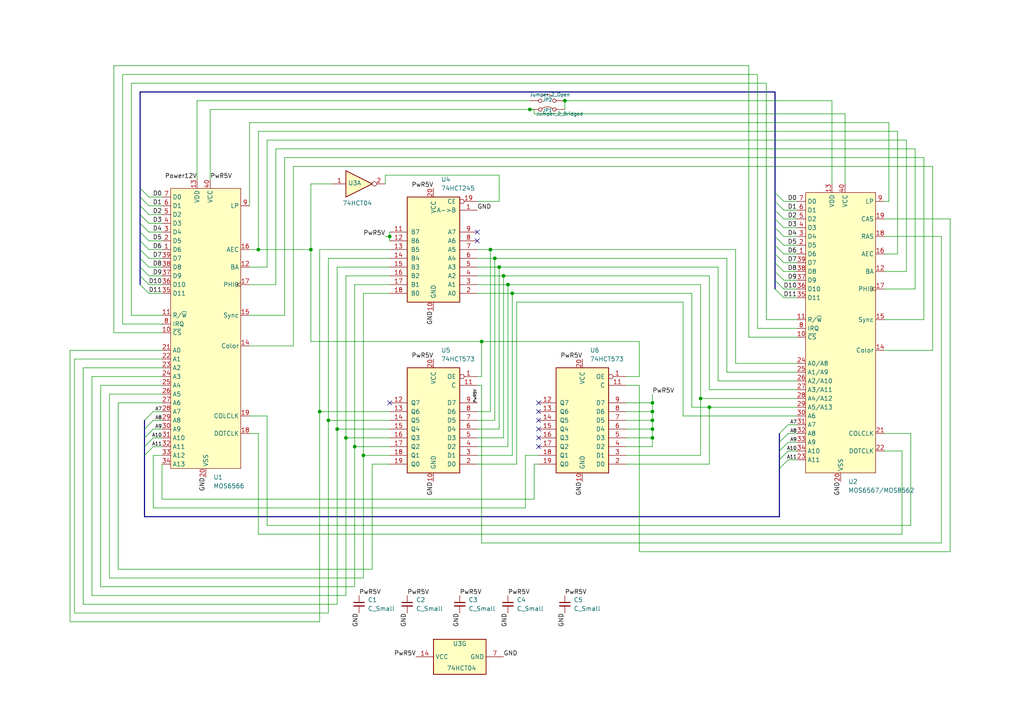
<source format=kicad_sch>
(kicad_sch (version 20231120) (generator "eeschema") (generator_version "8.0")
  (paper "A4")
  (lib_symbols
    (symbol "74HCT573_1" (pin_names (offset 1.016))
      (property "Reference" "U" (at -7.62 16.51 0))
      (property "Value" "74HCT573" (at -7.62 -16.51 0))
      (symbol "74HCT573_1_1_0"
        (pin input inverted (at 12.7 12.7 180) (length 5.08) (name "OE") (number "1"))
        (pin power_in line (at 0 -17.78 90) (length 2.54) (name "GND") (number "10"))
        (pin input line (at 12.7 10.16 180) (length 5.08) (name "C") (number "11"))
        (pin tri_state line (at -12.7 5.08 0) (length 5.08) (name "Q7") (number "12"))
        (pin tri_state line (at -12.7 2.54 0) (length 5.08) (name "Q6") (number "13"))
        (pin tri_state line (at -12.7 0 0) (length 5.08) (name "Q5") (number "14"))
        (pin tri_state line (at -12.7 -2.54 0) (length 5.08) (name "Q4") (number "15"))
        (pin tri_state line (at -12.7 -5.08 0) (length 5.08) (name "Q3") (number "16"))
        (pin tri_state line (at -12.7 -7.62 0) (length 5.08) (name "Q2") (number "17"))
        (pin tri_state line (at -12.7 -10.16 0) (length 5.08) (name "Q1") (number "18"))
        (pin tri_state line (at -12.7 -12.7 0) (length 5.08) (name "Q0") (number "19"))
        (pin input line (at 12.7 -12.7 180) (length 5.08) (name "D0") (number "2"))
        (pin power_in line (at 0 17.78 270) (length 2.54) (name "VCC") (number "20"))
        (pin input line (at 12.7 -10.16 180) (length 5.08) (name "D1") (number "3"))
        (pin input line (at 12.7 -7.62 180) (length 5.08) (name "D2") (number "4"))
        (pin input line (at 12.7 -5.08 180) (length 5.08) (name "D3") (number "5"))
        (pin input line (at 12.7 -2.54 180) (length 5.08) (name "D4") (number "6"))
        (pin input line (at 12.7 0 180) (length 5.08) (name "D5") (number "7"))
        (pin input line (at 12.7 2.54 180) (length 5.08) (name "D6") (number "8"))
        (pin input line (at 12.7 5.08 180) (length 5.08) (name "D7") (number "9"))
      )
      (symbol "74HCT573_1_1_1"
        (rectangle (start -7.62 15.24) (end 7.62 -15.24) (stroke (width 0.254)) (fill (type background)))
      )
    )
    (symbol "74xx:74HCT04"
      (property "Reference" "U" (at 0 1.27 0))
      (property "Value" "74HCT04" (at 0 -1.27 0))
      (symbol "74HCT04_1_0"
        (polyline (pts (xy -3.81 3.81) (xy -3.81 -3.81) (xy 3.81 0) (xy -3.81 3.81)) (stroke (width 0.254)) (fill (type background)))
        (pin input line (at -7.62 0 0) (length 3.81) (name "~") (number "1"))
        (pin output inverted (at 7.62 0 180) (length 3.81) (name "~") (number "2"))
      )
      (symbol "74HCT04_2_0"
        (polyline (pts (xy -3.81 3.81) (xy -3.81 -3.81) (xy 3.81 0) (xy -3.81 3.81)) (stroke (width 0.254)) (fill (type background)))
        (pin input line (at -7.62 0 0) (length 3.81) (name "~") (number "3"))
        (pin output inverted (at 7.62 0 180) (length 3.81) (name "~") (number "4"))
      )
      (symbol "74HCT04_3_0"
        (polyline (pts (xy -3.81 3.81) (xy -3.81 -3.81) (xy 3.81 0) (xy -3.81 3.81)) (stroke (width 0.254)) (fill (type background)))
        (pin input line (at -7.62 0 0) (length 3.81) (name "~") (number "5"))
        (pin output inverted (at 7.62 0 180) (length 3.81) (name "~") (number "6"))
      )
      (symbol "74HCT04_4_0"
        (polyline (pts (xy -3.81 3.81) (xy -3.81 -3.81) (xy 3.81 0) (xy -3.81 3.81)) (stroke (width 0.254)) (fill (type background)))
        (pin output inverted (at 7.62 0 180) (length 3.81) (name "~") (number "8"))
        (pin input line (at -7.62 0 0) (length 3.81) (name "~") (number "9"))
      )
      (symbol "74HCT04_5_0"
        (polyline (pts (xy -3.81 3.81) (xy -3.81 -3.81) (xy 3.81 0) (xy -3.81 3.81)) (stroke (width 0.254)) (fill (type background)))
        (pin output inverted (at 7.62 0 180) (length 3.81) (name "~") (number "10"))
        (pin input line (at -7.62 0 0) (length 3.81) (name "~") (number "11"))
      )
      (symbol "74HCT04_6_0"
        (polyline (pts (xy -3.81 3.81) (xy -3.81 -3.81) (xy 3.81 0) (xy -3.81 3.81)) (stroke (width 0.254)) (fill (type background)))
        (pin output inverted (at 7.62 0 180) (length 3.81) (name "~") (number "12"))
        (pin input line (at -7.62 0 0) (length 3.81) (name "~") (number "13"))
      )
      (symbol "74HCT04_7_0"
        (pin power_in line (at 0 12.7 270) (length 5.08) (name "VCC") (number "14"))
        (pin power_in line (at 0 -12.7 90) (length 5.08) (name "GND") (number "7"))
      )
      (symbol "74HCT04_7_1"
        (rectangle (start -5.08 7.62) (end 5.08 -7.62) (stroke (width 0.254)) (fill (type background)))
      )
    )
    (symbol "Commodore_Chips:MOS6566"
      (property "Reference" "U" (at 2.54 45.72 0))
      (property "Value" "MOS6566" (at 2.54 43.18 0))
      (symbol "MOS6566_0_1"
        (rectangle (start -10.16 40.64) (end 10.16 -40.64) (fill (type background)))
      )
      (symbol "MOS6566_1_1"
        (pin bidirectional line (at -12.7 22.86 0) (length 2.54) (name "D6") (number "1"))
        (pin input line (at -12.7 -1.27 0) (length 2.54) (name "~{CS}") (number "10"))
        (pin input line (at -12.7 3.81 0) (length 2.54) (name "R/~{W}") (number "11"))
        (pin output line (at 12.7 17.78 180) (length 2.54) (name "BA") (number "12"))
        (pin power_in line (at -2.54 43.18 270) (length 2.54) (name "VDD") (number "13"))
        (pin output line (at 12.7 -5.08 180) (length 2.54) (name "Color") (number "14"))
        (pin output line (at 12.7 3.81 180) (length 2.54) (name "Sync") (number "15"))
        (pin output line (at 12.7 22.86 180) (length 2.54) (name "AEC") (number "16"))
        (pin output clock (at 12.7 12.7 180) (length 2.54) (name "PHI0") (number "17"))
        (pin output line (at 12.7 -30.48 180) (length 2.54) (name "DOTCLK") (number "18"))
        (pin output line (at 12.7 -25.4 180) (length 2.54) (name "COLCLK") (number "19"))
        (pin bidirectional line (at -12.7 25.4 0) (length 2.54) (name "D5") (number "2"))
        (pin power_in line (at 0 -43.18 90) (length 2.54) (name "VSS") (number "20"))
        (pin bidirectional line (at -12.7 -6.35 0) (length 2.54) (name "A0") (number "21"))
        (pin bidirectional line (at -12.7 -8.89 0) (length 2.54) (name "A1") (number "22"))
        (pin bidirectional line (at -12.7 -11.43 0) (length 2.54) (name "A2") (number "23"))
        (pin bidirectional line (at -12.7 -13.97 0) (length 2.54) (name "A3") (number "24"))
        (pin bidirectional line (at -12.7 -16.51 0) (length 2.54) (name "A4") (number "25"))
        (pin bidirectional line (at -12.7 -19.05 0) (length 2.54) (name "A5") (number "26"))
        (pin bidirectional line (at -12.7 -21.59 0) (length 2.54) (name "A6") (number "27"))
        (pin bidirectional line (at -12.7 -24.13 0) (length 2.54) (name "A7") (number "28"))
        (pin bidirectional line (at -12.7 -26.67 0) (length 2.54) (name "A8") (number "29"))
        (pin bidirectional line (at -12.7 27.94 0) (length 2.54) (name "D4") (number "3"))
        (pin bidirectional line (at -12.7 -29.21 0) (length 2.54) (name "A9") (number "30"))
        (pin bidirectional line (at -12.7 -31.75 0) (length 2.54) (name "A10") (number "31"))
        (pin bidirectional line (at -12.7 -34.29 0) (length 2.54) (name "A11") (number "32"))
        (pin bidirectional line (at -12.7 -36.83 0) (length 2.54) (name "A12") (number "33"))
        (pin bidirectional line (at -12.7 -39.37 0) (length 2.54) (name "A13") (number "34"))
        (pin input line (at -12.7 10.16 0) (length 2.54) (name "D11") (number "35"))
        (pin input line (at -12.7 12.7 0) (length 2.54) (name "D10") (number "36"))
        (pin input line (at -12.7 15.24 0) (length 2.54) (name "D9") (number "37"))
        (pin input line (at -12.7 17.78 0) (length 2.54) (name "D8") (number "38"))
        (pin bidirectional line (at -12.7 20.32 0) (length 2.54) (name "D7") (number "39"))
        (pin bidirectional line (at -12.7 30.48 0) (length 2.54) (name "D3") (number "4"))
        (pin power_in line (at 1.27 43.18 270) (length 2.54) (name "VCC") (number "40"))
        (pin bidirectional line (at -12.7 33.02 0) (length 2.54) (name "D2") (number "5"))
        (pin bidirectional line (at -12.7 35.56 0) (length 2.54) (name "D1") (number "6"))
        (pin bidirectional line (at -12.7 38.1 0) (length 2.54) (name "D0") (number "7"))
        (pin open_collector line (at -12.7 1.27 0) (length 2.54) (name "IRQ") (number "8"))
        (pin input line (at 12.7 35.56 180) (length 2.54) (name "LP") (number "9"))
      )
    )
    (symbol "Commodore_Chips:MOS6567"
      (property "Reference" "U" (at 2.54 45.72 0))
      (property "Value" "MOS6567" (at 2.54 43.18 0))
      (symbol "MOS6567_0_1"
        (rectangle (start -10.16 40.64) (end 10.16 -40.64) (fill (type background)))
      )
      (symbol "MOS6567_1_1"
        (pin bidirectional line (at -12.7 22.86 0) (length 2.54) (name "D6") (number "1"))
        (pin input line (at -12.7 -1.27 0) (length 2.54) (name "~{CS}") (number "10"))
        (pin input line (at -12.7 3.81 0) (length 2.54) (name "R/~{W}") (number "11"))
        (pin output line (at 12.7 17.78 180) (length 2.54) (name "BA") (number "12"))
        (pin power_in line (at -2.54 43.18 270) (length 2.54) (name "VDD") (number "13"))
        (pin output line (at 12.7 -5.08 180) (length 2.54) (name "Color") (number "14"))
        (pin output line (at 12.7 3.81 180) (length 2.54) (name "Sync") (number "15"))
        (pin output line (at 12.7 22.86 180) (length 2.54) (name "AEC") (number "16"))
        (pin output clock (at 12.7 12.7 180) (length 2.54) (name "PHI0") (number "17"))
        (pin output line (at 12.7 27.94 180) (length 2.54) (name "RAS") (number "18"))
        (pin output line (at 12.7 33.02 180) (length 2.54) (name "CAS") (number "19"))
        (pin bidirectional line (at -12.7 25.4 0) (length 2.54) (name "D5") (number "2"))
        (pin power_in line (at 0 -43.18 90) (length 2.54) (name "VSS") (number "20"))
        (pin input line (at 12.7 -29.21 180) (length 2.54) (name "COLCLK") (number "21"))
        (pin input line (at 12.7 -34.29 180) (length 2.54) (name "DOTCLK") (number "22"))
        (pin bidirectional line (at -12.7 -36.83 0) (length 2.54) (name "A11") (number "23"))
        (pin bidirectional line (at -12.7 -8.89 0) (length 2.54) (name "A0/A8") (number "24"))
        (pin bidirectional line (at -12.7 -11.43 0) (length 2.54) (name "A1/A9") (number "25"))
        (pin bidirectional line (at -12.7 -13.97 0) (length 2.54) (name "A2/A10") (number "26"))
        (pin bidirectional line (at -12.7 -16.51 0) (length 2.54) (name "A3/A11") (number "27"))
        (pin bidirectional line (at -12.7 -19.05 0) (length 2.54) (name "A4/A12") (number "28"))
        (pin bidirectional line (at -12.7 -21.59 0) (length 2.54) (name "A5/A13") (number "29"))
        (pin bidirectional line (at -12.7 27.94 0) (length 2.54) (name "D4") (number "3"))
        (pin bidirectional line (at -12.7 -24.13 0) (length 2.54) (name "A6") (number "30"))
        (pin bidirectional line (at -12.7 -26.67 0) (length 2.54) (name "A7") (number "31"))
        (pin bidirectional line (at -12.7 -29.21 0) (length 2.54) (name "A8") (number "32"))
        (pin bidirectional line (at -12.7 -31.75 0) (length 2.54) (name "A9") (number "33"))
        (pin bidirectional line (at -12.7 -34.29 0) (length 2.54) (name "A10") (number "34"))
        (pin input line (at -12.7 10.16 0) (length 2.54) (name "D11") (number "35"))
        (pin input line (at -12.7 12.7 0) (length 2.54) (name "D10") (number "36"))
        (pin input line (at -12.7 15.24 0) (length 2.54) (name "D9") (number "37"))
        (pin input line (at -12.7 17.78 0) (length 2.54) (name "D8") (number "38"))
        (pin bidirectional line (at -12.7 20.32 0) (length 2.54) (name "D7") (number "39"))
        (pin bidirectional line (at -12.7 30.48 0) (length 2.54) (name "D3") (number "4"))
        (pin power_in line (at 1.27 43.18 270) (length 2.54) (name "VCC") (number "40"))
        (pin bidirectional line (at -12.7 33.02 0) (length 2.54) (name "D2") (number "5"))
        (pin bidirectional line (at -12.7 35.56 0) (length 2.54) (name "D1") (number "6"))
        (pin bidirectional line (at -12.7 38.1 0) (length 2.54) (name "D0") (number "7"))
        (pin open_collector line (at -12.7 1.27 0) (length 2.54) (name "IRQ") (number "8"))
        (pin input line (at 12.7 38.1 180) (length 2.54) (name "LP") (number "9"))
      )
    )
    (symbol "Device:C_Small" (pin_numbers hide) (pin_names (offset 0.254) hide)
      (property "Reference" "C" (at 0.254 1.778 0))
      (property "Value" "C_Small" (at 0.254 -2.032 0))
      (symbol "C_Small_0_1"
        (polyline (pts (xy -1.524 -0.508) (xy 1.524 -0.508)) (stroke (width 0.3302)))
        (polyline (pts (xy -1.524 0.508) (xy 1.524 0.508)) (stroke (width 0.3048)))
      )
      (symbol "C_Small_1_1"
        (pin passive line (at 0 2.54 270) (length 2.032) (name "~") (number "1"))
        (pin passive line (at 0 -2.54 90) (length 2.032) (name "~") (number "2"))
      )
    )
    (symbol "Jumper:Jumper_2_Bridged" (pin_numbers hide) (pin_names (offset 0) hide) (exclude_from_sim yes)
      (property "Reference" "JP" (at 0 1.905 0))
      (property "Value" "Jumper_2_Bridged" (at 0 -2.54 0))
      (symbol "Jumper_2_Bridged_0_0"
        (circle (center -2.032 0) (radius 0.508))
        (circle (center 2.032 0) (radius 0.508))
      )
      (symbol "Jumper_2_Bridged_0_1"
        (arc (start 1.524 0.254) (mid 0 0.762) (end -1.524 0.254))
      )
      (symbol "Jumper_2_Bridged_1_1"
        (pin passive line (at -5.08 0 0) (length 2.54) (name "A") (number "1"))
        (pin passive line (at 5.08 0 180) (length 2.54) (name "B") (number "2"))
      )
    )
    (symbol "Jumper:Jumper_2_Open" (pin_numbers hide) (pin_names (offset 0) hide) (exclude_from_sim yes)
      (property "Reference" "JP" (at 0 2.794 0))
      (property "Value" "Jumper_2_Open" (at 0 -2.286 0))
      (symbol "Jumper_2_Open_0_0"
        (circle (center -2.032 0) (radius 0.508))
        (circle (center 2.032 0) (radius 0.508))
      )
      (symbol "Jumper_2_Open_0_1"
        (arc (start 1.524 1.27) (mid 0 1.778) (end -1.524 1.27))
      )
      (symbol "Jumper_2_Open_1_1"
        (pin passive line (at -5.08 0 0) (length 2.54) (name "A") (number "1"))
        (pin passive line (at 5.08 0 180) (length 2.54) (name "B") (number "2"))
      )
    )
    (symbol "Logic_Chips:74HCT245" (pin_names (offset 1.016))
      (property "Reference" "U" (at -7.62 16.51 0))
      (property "Value" "74HCT245" (at -7.62 -16.51 0))
      (symbol "74HCT245_1_0"
        (pin input line (at 12.7 11.43 180) (length 5.08) (name "A->B") (number "1"))
        (pin power_in line (at 0 -17.78 90) (length 2.54) (name "GND") (number "10"))
        (pin tri_state line (at -12.7 5.08 0) (length 5.08) (name "B7") (number "11"))
        (pin tri_state line (at -12.7 2.54 0) (length 5.08) (name "B6") (number "12"))
        (pin tri_state line (at -12.7 0 0) (length 5.08) (name "B5") (number "13"))
        (pin tri_state line (at -12.7 -2.54 0) (length 5.08) (name "B4") (number "14"))
        (pin tri_state line (at -12.7 -5.08 0) (length 5.08) (name "B3") (number "15"))
        (pin tri_state line (at -12.7 -7.62 0) (length 5.08) (name "B2") (number "16"))
        (pin tri_state line (at -12.7 -10.16 0) (length 5.08) (name "B1") (number "17"))
        (pin tri_state line (at -12.7 -12.7 0) (length 5.08) (name "B0") (number "18"))
        (pin input inverted (at 12.7 13.97 180) (length 5.08) (name "CE") (number "19"))
        (pin tri_state line (at 12.7 -12.7 180) (length 5.08) (name "A0") (number "2"))
        (pin power_in line (at 0 17.78 270) (length 2.54) (name "VCC") (number "20"))
        (pin tri_state line (at 12.7 -10.16 180) (length 5.08) (name "A1") (number "3"))
        (pin tri_state line (at 12.7 -7.62 180) (length 5.08) (name "A2") (number "4"))
        (pin tri_state line (at 12.7 -5.08 180) (length 5.08) (name "A3") (number "5"))
        (pin tri_state line (at 12.7 -2.54 180) (length 5.08) (name "A4") (number "6"))
        (pin tri_state line (at 12.7 0 180) (length 5.08) (name "A5") (number "7"))
        (pin tri_state line (at 12.7 2.54 180) (length 5.08) (name "A6") (number "8"))
        (pin tri_state line (at 12.7 5.08 180) (length 5.08) (name "A7") (number "9"))
      )
      (symbol "74HCT245_1_1"
        (rectangle (start -7.62 15.24) (end 7.62 -15.24) (stroke (width 0.254)) (fill (type background)))
      )
    )
    (symbol "Logic_Chips:74HCT573" (pin_names (offset 1.016))
      (property "Reference" "U" (at -7.62 16.51 0))
      (property "Value" "74HCT573" (at -7.62 -16.51 0))
      (symbol "74HCT573_1_0"
        (pin input inverted (at 12.7 12.7 180) (length 5.08) (name "OE") (number "1"))
        (pin power_in line (at 0 -17.78 90) (length 2.54) (name "GND") (number "10"))
        (pin input line (at 12.7 10.16 180) (length 5.08) (name "C") (number "11"))
        (pin tri_state line (at -12.7 5.08 0) (length 5.08) (name "Q7") (number "12"))
        (pin tri_state line (at -12.7 2.54 0) (length 5.08) (name "Q6") (number "13"))
        (pin tri_state line (at -12.7 0 0) (length 5.08) (name "Q5") (number "14"))
        (pin tri_state line (at -12.7 -2.54 0) (length 5.08) (name "Q4") (number "15"))
        (pin tri_state line (at -12.7 -5.08 0) (length 5.08) (name "Q3") (number "16"))
        (pin tri_state line (at -12.7 -7.62 0) (length 5.08) (name "Q2") (number "17"))
        (pin tri_state line (at -12.7 -10.16 0) (length 5.08) (name "Q1") (number "18"))
        (pin tri_state line (at -12.7 -12.7 0) (length 5.08) (name "Q0") (number "19"))
        (pin input line (at 12.7 -12.7 180) (length 5.08) (name "D0") (number "2"))
        (pin power_in line (at 0 17.78 270) (length 2.54) (name "VCC") (number "20"))
        (pin input line (at 12.7 -10.16 180) (length 5.08) (name "D1") (number "3"))
        (pin input line (at 12.7 -7.62 180) (length 5.08) (name "D2") (number "4"))
        (pin input line (at 12.7 -5.08 180) (length 5.08) (name "D3") (number "5"))
        (pin input line (at 12.7 -2.54 180) (length 5.08) (name "D4") (number "6"))
        (pin input line (at 12.7 0 180) (length 5.08) (name "D5") (number "7"))
        (pin input line (at 12.7 2.54 180) (length 5.08) (name "D6") (number "8"))
        (pin input line (at 12.7 5.08 180) (length 5.08) (name "D7") (number "9"))
      )
      (symbol "74HCT573_1_1"
        (rectangle (start -7.62 15.24) (end 7.62 -15.24) (stroke (width 0.254)) (fill (type background)))
      )
    )
  )
  (junction (at 189.23 116.84))
  (junction (at 113.03 68.58))
  (junction (at 139.7 99.06))
  (junction (at 163.83 29.21))
  (junction (at 189.23 124.46))
  (junction (at 148.59 85.09))
  (junction (at 147.32 82.55))
  (junction (at 92.71 119.38))
  (junction (at 74.93 72.39))
  (junction (at 97.79 124.46))
  (junction (at 143.51 74.93))
  (junction (at 146.05 80.01))
  (junction (at 105.41 132.08))
  (junction (at 205.74 118.11))
  (junction (at 100.33 127))
  (junction (at 95.25 121.92))
  (junction (at 189.23 121.92))
  (junction (at 102.87 129.54))
  (junction (at 189.23 119.38))
  (junction (at 142.24 72.39))
  (junction (at 144.78 77.47))
  (junction (at 90.17 72.39))
  (junction (at 153.67 31.75))
  (junction (at 189.23 127))
  (junction (at 203.2 115.57))
  (no_connect (at 138.43 69.85))
  (no_connect (at 156.21 121.92))
  (no_connect (at 156.21 124.46))
  (no_connect (at 156.21 116.84))
  (no_connect (at 156.21 119.38))
  (no_connect (at 138.43 67.31))
  (no_connect (at 156.21 129.54))
  (no_connect (at 113.03 116.84))
  (no_connect (at 156.21 127))
  (bus_entry (at 40.64 69.85) (size 2.54 2.54))
  (bus_entry (at 40.64 72.39) (size 2.54 2.54))
  (bus_entry (at 41.91 132.08) (size 2.54 -2.54))
  (bus_entry (at 41.91 121.92) (size 2.54 -2.54))
  (bus_entry (at 40.64 59.69) (size 2.54 2.54))
  (bus_entry (at 40.64 74.93) (size 2.54 2.54))
  (bus_entry (at 224.79 83.82) (size 2.54 2.54))
  (bus_entry (at 224.79 81.28) (size 2.54 2.54))
  (bus_entry (at 226.06 130.81) (size 2.54 -2.54))
  (bus_entry (at 224.79 78.74) (size 2.54 2.54))
  (bus_entry (at 40.64 54.61) (size 2.54 2.54))
  (bus_entry (at 224.79 66.04) (size 2.54 2.54))
  (bus_entry (at 41.91 129.54) (size 2.54 -2.54))
  (bus_entry (at 224.79 55.88) (size 2.54 2.54))
  (bus_entry (at 40.64 82.55) (size 2.54 2.54))
  (bus_entry (at 40.64 62.23) (size 2.54 2.54))
  (bus_entry (at 40.64 64.77) (size 2.54 2.54))
  (bus_entry (at 226.06 135.89) (size 2.54 -2.54))
  (bus_entry (at 224.79 76.2) (size 2.54 2.54))
  (bus_entry (at 224.79 73.66) (size 2.54 2.54))
  (bus_entry (at 226.06 133.35) (size 2.54 -2.54))
  (bus_entry (at 40.64 80.01) (size 2.54 2.54))
  (bus_entry (at 40.64 57.15) (size 2.54 2.54))
  (bus_entry (at 224.79 60.96) (size 2.54 2.54))
  (bus_entry (at 224.79 63.5) (size 2.54 2.54))
  (bus_entry (at 41.91 124.46) (size 2.54 -2.54))
  (bus_entry (at 226.06 125.73) (size 2.54 -2.54))
  (bus_entry (at 40.64 67.31) (size 2.54 2.54))
  (bus_entry (at 40.64 77.47) (size 2.54 2.54))
  (bus_entry (at 224.79 58.42) (size 2.54 2.54))
  (bus_entry (at 226.06 128.27) (size 2.54 -2.54))
  (bus_entry (at 224.79 71.12) (size 2.54 2.54))
  (bus_entry (at 41.91 127) (size 2.54 -2.54))
  (bus_entry (at 224.79 68.58) (size 2.54 2.54))
  (wire (pts (xy 152.4 132.08) (xy 156.21 132.08)))
  (wire (pts (xy 203.2 115.57) (xy 231.14 115.57)))
  (wire (pts (xy 35.56 93.98) (xy 35.56 21.59)))
  (wire (pts (xy 139.7 109.22) (xy 138.43 109.22)))
  (bus (pts (xy 224.79 71.12) (xy 224.79 73.66)))
  (wire (pts (xy 46.99 93.98) (xy 35.56 93.98)))
  (wire (pts (xy 43.18 72.39) (xy 46.99 72.39)))
  (wire (pts (xy 181.61 121.92) (xy 189.23 121.92)))
  (wire (pts (xy 222.25 24.13) (xy 222.25 92.71)))
  (wire (pts (xy 265.43 83.82) (xy 256.54 83.82)))
  (wire (pts (xy 24.13 175.26) (xy 97.79 175.26)))
  (wire (pts (xy 257.81 35.56) (xy 257.81 58.42)))
  (wire (pts (xy 154.94 144.78) (xy 154.94 134.62)))
  (wire (pts (xy 189.23 119.38) (xy 189.23 116.84)))
  (wire (pts (xy 34.29 165.1) (xy 34.29 116.84)))
  (wire (pts (xy 46.99 104.14) (xy 21.59 104.14)))
  (wire (pts (xy 138.43 129.54) (xy 147.32 129.54)))
  (wire (pts (xy 92.71 180.34) (xy 92.71 119.38)))
  (wire (pts (xy 205.74 134.62) (xy 205.74 118.11)))
  (bus (pts (xy 40.64 54.61) (xy 40.64 26.67)))
  (wire (pts (xy 80.01 82.55) (xy 80.01 43.18)))
  (wire (pts (xy 181.61 124.46) (xy 189.23 124.46)))
  (wire (pts (xy 143.51 74.93) (xy 210.82 74.93)))
  (wire (pts (xy 92.71 72.39) (xy 113.03 72.39)))
  (wire (pts (xy 217.17 19.05) (xy 217.17 97.79)))
  (wire (pts (xy 60.96 31.75) (xy 153.67 31.75)))
  (wire (pts (xy 245.11 33.02) (xy 245.11 53.34)))
  (wire (pts (xy 138.43 132.08) (xy 148.59 132.08)))
  (wire (pts (xy 97.79 124.46) (xy 113.03 124.46)))
  (wire (pts (xy 227.33 76.2) (xy 231.14 76.2)))
  (wire (pts (xy 138.43 85.09) (xy 148.59 85.09)))
  (wire (pts (xy 138.43 119.38) (xy 142.24 119.38)))
  (wire (pts (xy 72.39 82.55) (xy 80.01 82.55)))
  (bus (pts (xy 226.06 130.81) (xy 226.06 133.35)))
  (wire (pts (xy 163.83 29.21) (xy 163.83 31.75)))
  (wire (pts (xy 205.74 118.11) (xy 200.66 118.11)))
  (wire (pts (xy 231.14 118.11) (xy 205.74 118.11)))
  (wire (pts (xy 95.25 121.92) (xy 113.03 121.92)))
  (wire (pts (xy 100.33 172.72) (xy 100.33 127)))
  (bus (pts (xy 40.64 26.67) (xy 224.79 26.67)))
  (wire (pts (xy 261.62 154.94) (xy 261.62 130.81)))
  (wire (pts (xy 105.41 132.08) (xy 105.41 85.09)))
  (wire (pts (xy 105.41 167.64) (xy 105.41 132.08)))
  (wire (pts (xy 142.24 72.39) (xy 213.36 72.39)))
  (wire (pts (xy 163.83 29.21) (xy 241.3 29.21)))
  (wire (pts (xy 228.6 130.81) (xy 231.14 130.81)))
  (bus (pts (xy 41.91 129.54) (xy 41.91 132.08)))
  (wire (pts (xy 270.51 101.6) (xy 270.51 48.26)))
  (wire (pts (xy 57.15 52.07) (xy 57.15 29.21)))
  (wire (pts (xy 144.78 50.8) (xy 144.78 58.42)))
  (wire (pts (xy 144.78 124.46) (xy 144.78 77.47)))
  (wire (pts (xy 181.61 129.54) (xy 189.23 129.54)))
  (wire (pts (xy 138.43 82.55) (xy 147.32 82.55)))
  (wire (pts (xy 111.76 50.8) (xy 111.76 53.34)))
  (wire (pts (xy 21.59 177.8) (xy 95.25 177.8)))
  (wire (pts (xy 256.54 63.5) (xy 275.59 63.5)))
  (wire (pts (xy 231.14 113.03) (xy 205.74 113.03)))
  (wire (pts (xy 203.2 132.08) (xy 203.2 115.57)))
  (bus (pts (xy 40.64 62.23) (xy 40.64 64.77)))
  (wire (pts (xy 147.32 129.54) (xy 147.32 82.55)))
  (wire (pts (xy 213.36 72.39) (xy 213.36 105.41)))
  (wire (pts (xy 31.75 167.64) (xy 105.41 167.64)))
  (wire (pts (xy 185.42 160.02) (xy 275.59 160.02)))
  (wire (pts (xy 264.16 125.73) (xy 264.16 152.4)))
  (wire (pts (xy 43.18 59.69) (xy 46.99 59.69)))
  (wire (pts (xy 154.94 33.02) (xy 245.11 33.02)))
  (wire (pts (xy 82.55 45.72) (xy 267.97 45.72)))
  (wire (pts (xy 189.23 121.92) (xy 189.23 119.38)))
  (wire (pts (xy 57.15 29.21) (xy 153.67 29.21)))
  (wire (pts (xy 139.7 157.48) (xy 273.05 157.48)))
  (wire (pts (xy 219.71 21.59) (xy 219.71 95.25)))
  (wire (pts (xy 43.18 85.09) (xy 46.99 85.09)))
  (bus (pts (xy 41.91 121.92) (xy 41.91 124.46)))
  (bus (pts (xy 40.64 54.61) (xy 40.64 57.15)))
  (wire (pts (xy 43.18 67.31) (xy 46.99 67.31)))
  (wire (pts (xy 90.17 99.06) (xy 90.17 72.39)))
  (wire (pts (xy 210.82 74.93) (xy 210.82 107.95)))
  (wire (pts (xy 149.86 134.62) (xy 149.86 87.63)))
  (wire (pts (xy 46.99 134.62) (xy 46.99 144.78)))
  (wire (pts (xy 43.18 64.77) (xy 46.99 64.77)))
  (wire (pts (xy 97.79 124.46) (xy 97.79 77.47)))
  (bus (pts (xy 40.64 77.47) (xy 40.64 80.01)))
  (wire (pts (xy 31.75 167.64) (xy 31.75 114.3)))
  (wire (pts (xy 77.47 152.4) (xy 77.47 120.65)))
  (wire (pts (xy 77.47 77.47) (xy 77.47 40.64)))
  (wire (pts (xy 200.66 118.11) (xy 200.66 85.09)))
  (wire (pts (xy 227.33 78.74) (xy 231.14 78.74)))
  (wire (pts (xy 46.99 111.76) (xy 29.21 111.76)))
  (wire (pts (xy 189.23 124.46) (xy 189.23 121.92)))
  (wire (pts (xy 228.6 123.19) (xy 231.14 123.19)))
  (wire (pts (xy 74.93 154.94) (xy 261.62 154.94)))
  (wire (pts (xy 20.32 180.34) (xy 92.71 180.34)))
  (wire (pts (xy 77.47 40.64) (xy 262.89 40.64)))
  (wire (pts (xy 260.35 73.66) (xy 256.54 73.66)))
  (wire (pts (xy 210.82 107.95) (xy 231.14 107.95)))
  (wire (pts (xy 46.99 144.78) (xy 154.94 144.78)))
  (bus (pts (xy 40.64 67.31) (xy 40.64 69.85)))
  (wire (pts (xy 92.71 119.38) (xy 92.71 72.39)))
  (wire (pts (xy 153.67 31.75) (xy 154.94 31.75)))
  (wire (pts (xy 44.45 124.46) (xy 46.99 124.46)))
  (wire (pts (xy 72.39 100.33) (xy 85.09 100.33)))
  (bus (pts (xy 224.79 63.5) (xy 224.79 66.04)))
  (wire (pts (xy 143.51 121.92) (xy 143.51 74.93)))
  (wire (pts (xy 105.41 132.08) (xy 113.03 132.08)))
  (bus (pts (xy 224.79 66.04) (xy 224.79 68.58)))
  (wire (pts (xy 72.39 91.44) (xy 82.55 91.44)))
  (wire (pts (xy 102.87 129.54) (xy 113.03 129.54)))
  (wire (pts (xy 46.99 109.22) (xy 26.67 109.22)))
  (wire (pts (xy 74.93 125.73) (xy 74.93 154.94)))
  (wire (pts (xy 227.33 71.12) (xy 231.14 71.12)))
  (wire (pts (xy 149.86 87.63) (xy 198.12 87.63)))
  (bus (pts (xy 40.64 80.01) (xy 40.64 82.55)))
  (wire (pts (xy 102.87 82.55) (xy 113.03 82.55)))
  (wire (pts (xy 154.94 134.62) (xy 156.21 134.62)))
  (wire (pts (xy 44.45 147.32) (xy 152.4 147.32)))
  (wire (pts (xy 227.33 73.66) (xy 231.14 73.66)))
  (wire (pts (xy 107.95 165.1) (xy 107.95 134.62)))
  (wire (pts (xy 72.39 77.47) (xy 77.47 77.47)))
  (wire (pts (xy 44.45 121.92) (xy 46.99 121.92)))
  (bus (pts (xy 224.79 81.28) (xy 224.79 83.82)))
  (wire (pts (xy 34.29 165.1) (xy 107.95 165.1)))
  (bus (pts (xy 226.06 128.27) (xy 226.06 130.81)))
  (wire (pts (xy 181.61 127) (xy 189.23 127)))
  (wire (pts (xy 142.24 119.38) (xy 142.24 72.39)))
  (wire (pts (xy 273.05 68.58) (xy 256.54 68.58)))
  (bus (pts (xy 40.64 59.69) (xy 40.64 62.23)))
  (bus (pts (xy 224.79 60.96) (xy 224.79 63.5)))
  (bus (pts (xy 224.79 55.88) (xy 224.79 58.42)))
  (wire (pts (xy 148.59 85.09) (xy 200.66 85.09)))
  (wire (pts (xy 43.18 82.55) (xy 46.99 82.55)))
  (bus (pts (xy 224.79 58.42) (xy 224.79 60.96)))
  (wire (pts (xy 228.6 125.73) (xy 231.14 125.73)))
  (wire (pts (xy 44.45 129.54) (xy 46.99 129.54)))
  (wire (pts (xy 72.39 35.56) (xy 257.81 35.56)))
  (wire (pts (xy 147.32 82.55) (xy 203.2 82.55)))
  (wire (pts (xy 231.14 110.49) (xy 208.28 110.49)))
  (wire (pts (xy 198.12 87.63) (xy 198.12 120.65)))
  (wire (pts (xy 181.61 111.76) (xy 185.42 111.76)))
  (wire (pts (xy 144.78 77.47) (xy 208.28 77.47)))
  (wire (pts (xy 267.97 45.72) (xy 267.97 92.71)))
  (wire (pts (xy 228.6 128.27) (xy 231.14 128.27)))
  (wire (pts (xy 138.43 77.47) (xy 144.78 77.47)))
  (bus (pts (xy 41.91 124.46) (xy 41.91 127)))
  (wire (pts (xy 20.32 101.6) (xy 20.32 180.34)))
  (wire (pts (xy 146.05 80.01) (xy 146.05 127)))
  (wire (pts (xy 43.18 80.01) (xy 46.99 80.01)))
  (wire (pts (xy 60.96 31.75) (xy 60.96 52.07)))
  (wire (pts (xy 185.42 99.06) (xy 139.7 99.06)))
  (wire (pts (xy 95.25 121.92) (xy 95.25 74.93)))
  (wire (pts (xy 148.59 85.09) (xy 148.59 132.08)))
  (bus (pts (xy 224.79 26.67) (xy 224.79 55.88)))
  (wire (pts (xy 85.09 48.26) (xy 85.09 100.33)))
  (wire (pts (xy 138.43 121.92) (xy 143.51 121.92)))
  (wire (pts (xy 100.33 127) (xy 100.33 80.01)))
  (wire (pts (xy 107.95 134.62) (xy 113.03 134.62)))
  (wire (pts (xy 77.47 120.65) (xy 72.39 120.65)))
  (wire (pts (xy 189.23 127) (xy 189.23 124.46)))
  (wire (pts (xy 154.94 33.02) (xy 154.94 31.75)))
  (wire (pts (xy 46.99 91.44) (xy 38.1 91.44)))
  (wire (pts (xy 275.59 160.02) (xy 275.59 63.5)))
  (bus (pts (xy 40.64 74.93) (xy 40.64 77.47)))
  (wire (pts (xy 90.17 53.34) (xy 96.52 53.34)))
  (wire (pts (xy 146.05 127) (xy 138.43 127)))
  (bus (pts (xy 40.64 64.77) (xy 40.64 67.31)))
  (bus (pts (xy 226.06 133.35) (xy 226.06 135.89)))
  (wire (pts (xy 227.33 81.28) (xy 231.14 81.28)))
  (wire (pts (xy 92.71 119.38) (xy 113.03 119.38)))
  (wire (pts (xy 24.13 106.68) (xy 24.13 175.26)))
  (wire (pts (xy 102.87 129.54) (xy 102.87 82.55)))
  (wire (pts (xy 31.75 114.3) (xy 46.99 114.3)))
  (wire (pts (xy 80.01 43.18) (xy 265.43 43.18)))
  (bus (pts (xy 41.91 149.86) (xy 226.06 149.86)))
  (wire (pts (xy 100.33 127) (xy 113.03 127)))
  (wire (pts (xy 138.43 80.01) (xy 146.05 80.01)))
  (wire (pts (xy 139.7 99.06) (xy 90.17 99.06)))
  (wire (pts (xy 262.89 40.64) (xy 262.89 78.74)))
  (bus (pts (xy 226.06 149.86) (xy 226.06 135.89)))
  (wire (pts (xy 198.12 120.65) (xy 231.14 120.65)))
  (wire (pts (xy 29.21 170.18) (xy 102.87 170.18)))
  (wire (pts (xy 46.99 96.52) (xy 33.02 96.52)))
  (wire (pts (xy 74.93 38.1) (xy 74.93 72.39)))
  (wire (pts (xy 256.54 101.6) (xy 270.51 101.6)))
  (wire (pts (xy 74.93 38.1) (xy 260.35 38.1)))
  (wire (pts (xy 227.33 66.04) (xy 231.14 66.04)))
  (wire (pts (xy 273.05 157.48) (xy 273.05 68.58)))
  (wire (pts (xy 113.03 67.31) (xy 113.03 68.58)))
  (wire (pts (xy 46.99 106.68) (xy 24.13 106.68)))
  (wire (pts (xy 26.67 172.72) (xy 100.33 172.72)))
  (wire (pts (xy 100.33 80.01) (xy 113.03 80.01)))
  (wire (pts (xy 46.99 132.08) (xy 44.45 132.08)))
  (wire (pts (xy 208.28 110.49) (xy 208.28 77.47)))
  (wire (pts (xy 102.87 170.18) (xy 102.87 129.54)))
  (wire (pts (xy 139.7 111.76) (xy 139.7 157.48)))
  (wire (pts (xy 185.42 111.76) (xy 185.42 160.02)))
  (wire (pts (xy 270.51 48.26) (xy 85.09 48.26)))
  (wire (pts (xy 181.61 119.38) (xy 189.23 119.38)))
  (wire (pts (xy 257.81 58.42) (xy 256.54 58.42)))
  (wire (pts (xy 111.76 50.8) (xy 144.78 50.8)))
  (wire (pts (xy 181.61 132.08) (xy 203.2 132.08)))
  (wire (pts (xy 138.43 124.46) (xy 144.78 124.46)))
  (wire (pts (xy 138.43 72.39) (xy 142.24 72.39)))
  (wire (pts (xy 205.74 113.03) (xy 205.74 80.01)))
  (wire (pts (xy 33.02 19.05) (xy 217.17 19.05)))
  (wire (pts (xy 38.1 24.13) (xy 222.25 24.13)))
  (wire (pts (xy 97.79 175.26) (xy 97.79 124.46)))
  (wire (pts (xy 261.62 130.81) (xy 256.54 130.81)))
  (wire (pts (xy 227.33 83.82) (xy 231.14 83.82)))
  (wire (pts (xy 144.78 58.42) (xy 138.43 58.42)))
  (wire (pts (xy 44.45 119.38) (xy 46.99 119.38)))
  (wire (pts (xy 227.33 60.96) (xy 231.14 60.96)))
  (wire (pts (xy 21.59 104.14) (xy 21.59 177.8)))
  (wire (pts (xy 74.93 72.39) (xy 90.17 72.39)))
  (bus (pts (xy 226.06 125.73) (xy 226.06 128.27)))
  (wire (pts (xy 256.54 125.73) (xy 264.16 125.73)))
  (wire (pts (xy 241.3 29.21) (xy 241.3 53.34)))
  (wire (pts (xy 95.25 74.93) (xy 113.03 74.93)))
  (wire (pts (xy 90.17 53.34) (xy 90.17 72.39)))
  (wire (pts (xy 43.18 77.47) (xy 46.99 77.47)))
  (wire (pts (xy 189.23 129.54) (xy 189.23 127)))
  (bus (pts (xy 40.64 72.39) (xy 40.64 74.93)))
  (wire (pts (xy 138.43 134.62) (xy 149.86 134.62)))
  (wire (pts (xy 217.17 97.79) (xy 231.14 97.79)))
  (bus (pts (xy 224.79 78.74) (xy 224.79 81.28)))
  (wire (pts (xy 213.36 105.41) (xy 231.14 105.41)))
  (wire (pts (xy 264.16 152.4) (xy 77.47 152.4)))
  (wire (pts (xy 181.61 109.22) (xy 185.42 109.22)))
  (wire (pts (xy 43.18 62.23) (xy 46.99 62.23)))
  (wire (pts (xy 44.45 127) (xy 46.99 127)))
  (wire (pts (xy 105.41 85.09) (xy 113.03 85.09)))
  (wire (pts (xy 29.21 111.76) (xy 29.21 170.18)))
  (wire (pts (xy 181.61 116.84) (xy 189.23 116.84)))
  (wire (pts (xy 219.71 95.25) (xy 231.14 95.25)))
  (wire (pts (xy 222.25 92.71) (xy 231.14 92.71)))
  (wire (pts (xy 256.54 92.71) (xy 267.97 92.71)))
  (wire (pts (xy 72.39 72.39) (xy 74.93 72.39)))
  (wire (pts (xy 181.61 134.62) (xy 205.74 134.62)))
  (bus (pts (xy 40.64 57.15) (xy 40.64 59.69)))
  (wire (pts (xy 111.76 68.58) (xy 113.03 68.58)))
  (wire (pts (xy 35.56 21.59) (xy 219.71 21.59)))
  (wire (pts (xy 227.33 86.36) (xy 231.14 86.36)))
  (bus (pts (xy 224.79 76.2) (xy 224.79 78.74)))
  (wire (pts (xy 227.33 68.58) (xy 231.14 68.58)))
  (bus (pts (xy 224.79 68.58) (xy 224.79 71.12)))
  (wire (pts (xy 138.43 74.93) (xy 143.51 74.93)))
  (wire (pts (xy 82.55 91.44) (xy 82.55 45.72)))
  (wire (pts (xy 72.39 59.69) (xy 72.39 35.56)))
  (wire (pts (xy 227.33 58.42) (xy 231.14 58.42)))
  (wire (pts (xy 113.03 68.58) (xy 113.03 69.85)))
  (wire (pts (xy 43.18 74.93) (xy 46.99 74.93)))
  (wire (pts (xy 260.35 38.1) (xy 260.35 73.66)))
  (wire (pts (xy 189.23 114.3) (xy 189.23 116.84)))
  (wire (pts (xy 203.2 82.55) (xy 203.2 115.57)))
  (wire (pts (xy 262.89 78.74) (xy 256.54 78.74)))
  (wire (pts (xy 43.18 57.15) (xy 46.99 57.15)))
  (wire (pts (xy 227.33 63.5) (xy 231.14 63.5)))
  (wire (pts (xy 38.1 91.44) (xy 38.1 24.13)))
  (bus (pts (xy 40.64 69.85) (xy 40.64 72.39)))
  (bus (pts (xy 41.91 132.08) (xy 41.91 149.86)))
  (wire (pts (xy 46.99 101.6) (xy 20.32 101.6)))
  (wire (pts (xy 44.45 132.08) (xy 44.45 147.32)))
  (wire (pts (xy 185.42 109.22) (xy 185.42 99.06)))
  (wire (pts (xy 152.4 147.32) (xy 152.4 132.08)))
  (wire (pts (xy 95.25 177.8) (xy 95.25 121.92)))
  (wire (pts (xy 265.43 43.18) (xy 265.43 83.82)))
  (wire (pts (xy 138.43 111.76) (xy 139.7 111.76)))
  (wire (pts (xy 228.6 133.35) (xy 231.14 133.35)))
  (wire (pts (xy 139.7 99.06) (xy 139.7 109.22)))
  (wire (pts (xy 33.02 96.52) (xy 33.02 19.05)))
  (wire (pts (xy 97.79 77.47) (xy 113.03 77.47)))
  (wire (pts (xy 34.29 116.84) (xy 46.99 116.84)))
  (wire (pts (xy 26.67 109.22) (xy 26.67 172.72)))
  (wire (pts (xy 146.05 80.01) (xy 205.74 80.01)))
  (bus (pts (xy 41.91 127) (xy 41.91 129.54)))
  (wire (pts (xy 43.18 69.85) (xy 46.99 69.85)))
  (wire (pts (xy 72.39 125.73) (xy 74.93 125.73)))
  (bus (pts (xy 224.79 73.66) (xy 224.79 76.2)))
  (label "D8" (at 46.99 77.47 180))
  (label "GND" (at 138.43 60.96 0))
  (label "A11" (at 231.14 133.35 180) (effects (font (size 1 1))))
  (label "D9" (at 231.14 81.28 180))
  (label "A8" (at 46.99 121.92 180) (effects (font (size 1 1))))
  (label "PwR5V" (at 111.76 68.58 180))
  (label "D6" (at 46.99 72.39 180))
  (label "D4" (at 231.14 68.58 180))
  (label "D1" (at 231.14 60.96 180))
  (label "PwR5V" (at 104.14 172.72 0))
  (label "D8" (at 231.14 78.74 180))
  (label "PwR5V" (at 138.43 116.84 90) (effects (font (size 0.8 0.8))))
  (label "GND" (at 168.91 139.7 270))
  (label "A7" (at 231.14 123.19 180) (effects (font (size 1 1))))
  (label "GND" (at 125.73 139.7 270))
  (label "D10" (at 231.14 83.82 180))
  (label "A10" (at 46.99 127 180) (effects (font (size 1 1))))
  (label "GND" (at 59.69 138.43 270))
  (label "D10" (at 46.99 82.55 180))
  (label "D0" (at 46.99 57.15 180))
  (label "A10" (at 231.14 130.81 180) (effects (font (size 1 1))))
  (label "D2" (at 231.14 63.5 180))
  (label "PwR5V" (at 125.73 54.61 180))
  (label "D4" (at 46.99 67.31 180))
  (label "D5" (at 46.99 69.85 180))
  (label "GND" (at 163.83 177.8 270))
  (label "D2" (at 46.99 62.23 180))
  (label "D7" (at 231.14 76.2 180))
  (label "PwR5V" (at 163.83 172.72 0))
  (label "PwR5V" (at 118.11 172.72 0))
  (label "PwR5V" (at 125.73 104.14 180))
  (label "D1" (at 46.99 59.69 180))
  (label "GND" (at 104.14 177.8 270))
  (label "PwR5V" (at 60.96 52.07 0))
  (label "D3" (at 231.14 66.04 180))
  (label "GND" (at 133.35 177.8 270))
  (label "D11" (at 231.14 86.36 180))
  (label "A11" (at 46.99 129.54 180) (effects (font (size 1 1))))
  (label "D5" (at 231.14 71.12 180))
  (label "Power12V" (at 57.15 52.07 180))
  (label "GND" (at 147.32 177.8 270))
  (label "D0" (at 231.14 58.42 180))
  (label "A7" (at 46.99 119.38 180) (effects (font (size 1 1))))
  (label "GND" (at 243.84 139.7 270))
  (label "PwR5V" (at 120.65 190.5 180))
  (label "D11" (at 46.99 85.09 180))
  (label "PwR5V" (at 189.23 114.3 0))
  (label "A9" (at 46.99 124.46 180) (effects (font (size 1 1))))
  (label "D9" (at 46.99 80.01 180))
  (label "D7" (at 46.99 74.93 180))
  (label "GND" (at 125.73 90.17 270))
  (label "GND" (at 146.05 190.5 0))
  (label "PwR5V" (at 147.32 172.72 0))
  (label "A8" (at 231.14 125.73 180) (effects (font (size 1 1))))
  (label "D6" (at 231.14 73.66 180))
  (label "D3" (at 46.99 64.77 180))
  (label "PwR5V" (at 168.91 104.14 180))
  (label "GND" (at 118.11 177.8 270))
  (label "A9" (at 231.14 128.27 180) (effects (font (size 1 1))))
  (label "PwR5V" (at 133.35 172.72 0))
  (symbol (lib_id "Device:C_Small") (at 118.11 175.26 0) (unit 1)
    (property "Reference" "C2" (at 120.65 173.9962 0) (effects (justify left)))
    (property "Value" "C_Small" (at 120.65 176.5362 0) (effects (justify left)))
    (property "Footprint" "Custom_Caps:C_Disc_D3.4mm_W2.1mm_P2.50mm" (effects (hide yes)))
    (property "Description" "Unpolarized capacitor, small symbol" (effects (hide yes)))
  )
  (symbol (lib_id "Logic_Chips:74HCT245") (at 125.73 72.39 0) (unit 1)
    (property "Reference" "U4" (at 127.9241 52.07 0) (effects (justify left)))
    (property "Value" "74HCT245" (at 127.9241 54.61 0) (effects (justify left)))
    (property "Footprint" "Package_DIP:DIP-20_W7.62mm_Socket" (effects (hide yes)))
    (property "Datasheet" "http://www.ti.com/lit/gpn/sn74LS245" (effects (hide yes)))
    (property "Description" "Oct BUS Transceiv, 3-State " (effects (hide yes)))
  )
  (symbol (lib_id "Commodore_Chips:MOS6566") (at 59.69 95.25 0) (unit 1)
    (property "Reference" "U1" (at 61.8841 138.43 0) (effects (justify left)))
    (property "Value" "MOS6566" (at 61.8841 140.97 0) (effects (justify left)))
    (property "Footprint" "Package_DIP:DIP-40_W15.24mm" (effects (hide yes)))
    (property "Datasheet" "http://6502.org/documents/datasheets/mos/mos_6567_vic_ii_preliminary.pdf" (effects (hide yes)))
    (property "Description" "MOS6566 (VIC-II), 320x200 NTSC, DIP-40" (effects (hide yes)))
  )
  (symbol (lib_name "74HCT573_1") (lib_id "Logic_Chips:74HCT573") (at 125.73 121.92 0) (unit 1)
    (property "Reference" "U5" (at 127.9241 101.6 0) (effects (justify left)))
    (property "Value" "74HCT573" (at 127.9241 104.14 0) (effects (justify left)))
    (property "Footprint" "Package_DIP:DIP-20_W7.62mm_Socket" (effects (hide yes)))
    (property "Datasheet" "74xx/74hc573.pdf" (effects (hide yes)))
    (property "Description" "8-bit Latch 3-state outputs" (effects (hide yes)))
  )
  (symbol (lib_id "Jumper:Jumper_2_Bridged") (at 158.75 31.75 0) (unit 1) (exclude_from_sim yes)
    (property "Reference" "JP1" (at 158.75 32.004 0) (effects (font (size 1 1))))
    (property "Value" "Jumper_2_Bridged" (at 162.306 33.02 0) (effects (font (size 1 1))))
    (property "Footprint" "Jumper:SolderJumper-2_P1.3mm_Bridged_RoundedPad1.0x1.5mm" (effects (hide yes)))
    (property "Description" "Jumper, 2-pole, closed/bridged" (effects (hide yes)))
  )
  (symbol (lib_id "Device:C_Small") (at 104.14 175.26 0) (unit 1)
    (property "Reference" "C1" (at 106.68 173.9962 0) (effects (justify left)))
    (property "Value" "C_Small" (at 106.68 176.5362 0) (effects (justify left)))
    (property "Footprint" "Custom_Caps:C_Disc_D3.4mm_W2.1mm_P2.50mm" (effects (hide yes)))
    (property "Description" "Unpolarized capacitor, small symbol" (effects (hide yes)))
  )
  (symbol (lib_id "Jumper:Jumper_2_Open") (at 158.75 29.21 0) (unit 1) (exclude_from_sim yes)
    (property "Reference" "JP2" (at 158.75 28.956 0) (effects (font (size 1 1))))
    (property "Value" "Jumper_2_Open" (at 159.512 27.432 0) (effects (font (size 1 1))))
    (property "Footprint" "Jumper:SolderJumper-2_P1.3mm_Open_RoundedPad1.0x1.5mm" (effects (hide yes)))
    (property "Description" "Jumper, 2-pole, open" (effects (hide yes)))
  )
  (symbol (lib_id "74xx:74HCT04") (at 104.14 53.34 0) (unit 1)
    (property "Reference" "U3" (at 102.87 53.086 0))
    (property "Value" "74HCT04" (at 103.632 58.928 0))
    (property "Footprint" "Package_DIP:DIP-14_W7.62mm_Socket" (effects (hide yes)))
    (property "Datasheet" "https://assets.nexperia.com/documents/data-sheet/74HC_HCT04.pdf" (effects (hide yes)))
    (property "Description" "Hex Inverter" (effects (hide yes)))
  )
  (symbol (lib_id "74xx:74HCT04") (at 133.35 190.5 90) (unit 7)
    (property "Reference" "U3" (at 133.35 186.69 90))
    (property "Value" "74HCT04" (at 133.858 193.802 90))
    (property "Footprint" "Package_DIP:DIP-14_W7.62mm_Socket" (effects (hide yes)))
    (property "Datasheet" "https://assets.nexperia.com/documents/data-sheet/74HC_HCT04.pdf" (effects (hide yes)))
    (property "Description" "Hex Inverter" (effects (hide yes)))
  )
  (symbol (lib_id "Logic_Chips:74HCT573") (at 168.91 121.92 0) (unit 1)
    (property "Reference" "U6" (at 171.1041 101.6 0) (effects (justify left)))
    (property "Value" "74HCT573" (at 171.1041 104.14 0) (effects (justify left)))
    (property "Footprint" "Package_DIP:DIP-20_W7.62mm_Socket" (effects (hide yes)))
    (property "Datasheet" "74xx/74hc573.pdf" (effects (hide yes)))
    (property "Description" "8-bit Latch 3-state outputs" (effects (hide yes)))
  )
  (symbol (lib_id "Device:C_Small") (at 133.35 175.26 0) (unit 1)
    (property "Reference" "C3" (at 135.89 173.9962 0) (effects (justify left)))
    (property "Value" "C_Small" (at 135.89 176.5362 0) (effects (justify left)))
    (property "Footprint" "Custom_Caps:C_Disc_D3.4mm_W2.1mm_P2.50mm" (effects (hide yes)))
    (property "Description" "Unpolarized capacitor, small symbol" (effects (hide yes)))
  )
  (symbol (lib_id "Commodore_Chips:MOS6567") (at 243.84 96.52 0) (unit 1)
    (property "Reference" "U2" (at 246.0341 139.7 0) (effects (justify left)))
    (property "Value" "MOS6567/MOS8562" (at 246.0341 142.24 0) (effects (justify left)))
    (property "Footprint" "Package_DIP:DIP-40_W15.24mm" (effects (hide yes)))
    (property "Datasheet" "http://6502.org/documents/datasheets/mos/mos_6567_vic_ii_preliminary.pdf" (effects (hide yes)))
    (property "Description" "MOS6567 (VIC-II), 320x200 NTSC, DIP-40" (effects (hide yes)))
  )
  (symbol (lib_id "Device:C_Small") (at 163.83 175.26 0) (unit 1)
    (property "Reference" "C5" (at 166.37 173.9962 0) (effects (justify left)))
    (property "Value" "C_Small" (at 166.37 176.5362 0) (effects (justify left)))
    (property "Footprint" "Custom_Caps:C_Disc_D3.4mm_W2.1mm_P2.50mm" (effects (hide yes)))
    (property "Description" "Unpolarized capacitor, small symbol" (effects (hide yes)))
  )
  (symbol (lib_id "Device:C_Small") (at 147.32 175.26 0) (unit 1)
    (property "Reference" "C4" (at 149.86 173.9962 0) (effects (justify left)))
    (property "Value" "C_Small" (at 149.86 176.5362 0) (effects (justify left)))
    (property "Footprint" "Custom_Caps:C_Disc_D3.4mm_W2.1mm_P2.50mm" (effects (hide yes)))
    (property "Description" "Unpolarized capacitor, small symbol" (effects (hide yes)))
  )
)
</source>
